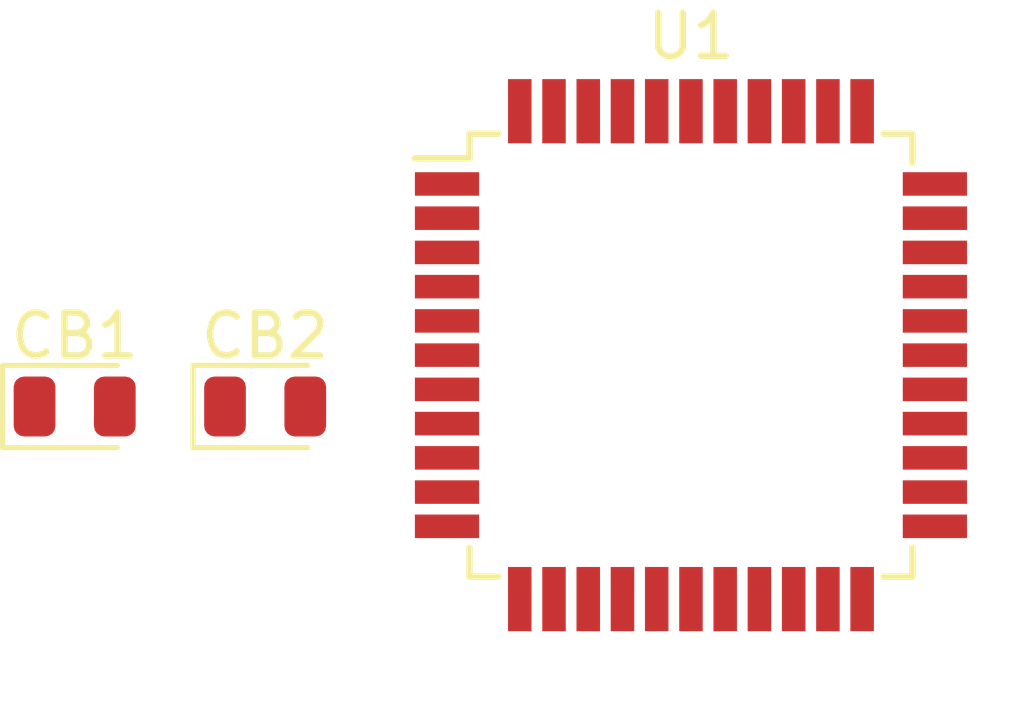
<source format=kicad_pcb>
(kicad_pcb (version 20171130) (host pcbnew "(5.1.6-0-10_14)")

  (general
    (thickness 1.6)
    (drawings 0)
    (tracks 0)
    (zones 0)
    (modules 3)
    (nets 45)
  )

  (page A4)
  (layers
    (0 F.Cu signal)
    (31 B.Cu signal)
    (32 B.Adhes user)
    (33 F.Adhes user)
    (34 B.Paste user)
    (35 F.Paste user)
    (36 B.SilkS user)
    (37 F.SilkS user)
    (38 B.Mask user)
    (39 F.Mask user)
    (40 Dwgs.User user)
    (41 Cmts.User user)
    (42 Eco1.User user)
    (43 Eco2.User user)
    (44 Edge.Cuts user)
    (45 Margin user)
    (46 B.CrtYd user)
    (47 F.CrtYd user)
    (48 B.Fab user)
    (49 F.Fab user)
  )

  (setup
    (last_trace_width 0.25)
    (trace_clearance 0.2)
    (zone_clearance 0.508)
    (zone_45_only no)
    (trace_min 0.2)
    (via_size 0.8)
    (via_drill 0.4)
    (via_min_size 0.4)
    (via_min_drill 0.3)
    (uvia_size 0.3)
    (uvia_drill 0.1)
    (uvias_allowed no)
    (uvia_min_size 0.2)
    (uvia_min_drill 0.1)
    (edge_width 0.1)
    (segment_width 0.2)
    (pcb_text_width 0.3)
    (pcb_text_size 1.5 1.5)
    (mod_edge_width 0.15)
    (mod_text_size 1 1)
    (mod_text_width 0.15)
    (pad_size 1.524 1.524)
    (pad_drill 0.762)
    (pad_to_mask_clearance 0)
    (aux_axis_origin 0 0)
    (visible_elements FFFFFF7F)
    (pcbplotparams
      (layerselection 0x010fc_ffffffff)
      (usegerberextensions false)
      (usegerberattributes true)
      (usegerberadvancedattributes true)
      (creategerberjobfile true)
      (excludeedgelayer true)
      (linewidth 0.100000)
      (plotframeref false)
      (viasonmask false)
      (mode 1)
      (useauxorigin false)
      (hpglpennumber 1)
      (hpglpenspeed 20)
      (hpglpendiameter 15.000000)
      (psnegative false)
      (psa4output false)
      (plotreference true)
      (plotvalue true)
      (plotinvisibletext false)
      (padsonsilk false)
      (subtractmaskfromsilk false)
      (outputformat 1)
      (mirror false)
      (drillshape 1)
      (scaleselection 1)
      (outputdirectory ""))
  )

  (net 0 "")
  (net 1 3.3V)
  (net 2 +5V)
  (net 3 "Net-(U1-Pad44)")
  (net 4 "Net-(U1-Pad43)")
  (net 5 "Net-(U1-Pad42)")
  (net 6 "Net-(U1-Pad41)")
  (net 7 "Net-(U1-Pad40)")
  (net 8 "Net-(U1-Pad39)")
  (net 9 "Net-(U1-Pad38)")
  (net 10 "Net-(U1-Pad37)")
  (net 11 "Net-(U1-Pad36)")
  (net 12 "Net-(U1-Pad35)")
  (net 13 "Net-(U1-Pad34)")
  (net 14 "Net-(U1-Pad33)")
  (net 15 "Net-(U1-Pad32)")
  (net 16 "Net-(U1-Pad31)")
  (net 17 "Net-(U1-Pad30)")
  (net 18 "Net-(U1-Pad29)")
  (net 19 "Net-(U1-Pad28)")
  (net 20 "Net-(U1-Pad27)")
  (net 21 "Net-(U1-Pad26)")
  (net 22 "Net-(U1-Pad25)")
  (net 23 "Net-(U1-Pad24)")
  (net 24 "Net-(U1-Pad23)")
  (net 25 "Net-(U1-Pad22)")
  (net 26 "Net-(U1-Pad21)")
  (net 27 "Net-(U1-Pad20)")
  (net 28 "Net-(U1-Pad19)")
  (net 29 "Net-(U1-Pad18)")
  (net 30 "Net-(U1-Pad17)")
  (net 31 "Net-(U1-Pad16)")
  (net 32 "Net-(U1-Pad15)")
  (net 33 "Net-(U1-Pad14)")
  (net 34 "Net-(U1-Pad13)")
  (net 35 "Net-(U1-Pad12)")
  (net 36 "Net-(U1-Pad11)")
  (net 37 "Net-(U1-Pad8)")
  (net 38 "Net-(U1-Pad7)")
  (net 39 "Net-(U1-Pad6)")
  (net 40 "Net-(U1-Pad5)")
  (net 41 "Net-(U1-Pad4)")
  (net 42 "Net-(U1-Pad3)")
  (net 43 "Net-(U1-Pad2)")
  (net 44 "Net-(U1-Pad1)")

  (net_class Default "This is the default net class."
    (clearance 0.2)
    (trace_width 0.25)
    (via_dia 0.8)
    (via_drill 0.4)
    (uvia_dia 0.3)
    (uvia_drill 0.1)
    (add_net +5V)
    (add_net 3.3V)
    (add_net "Net-(U1-Pad1)")
    (add_net "Net-(U1-Pad11)")
    (add_net "Net-(U1-Pad12)")
    (add_net "Net-(U1-Pad13)")
    (add_net "Net-(U1-Pad14)")
    (add_net "Net-(U1-Pad15)")
    (add_net "Net-(U1-Pad16)")
    (add_net "Net-(U1-Pad17)")
    (add_net "Net-(U1-Pad18)")
    (add_net "Net-(U1-Pad19)")
    (add_net "Net-(U1-Pad2)")
    (add_net "Net-(U1-Pad20)")
    (add_net "Net-(U1-Pad21)")
    (add_net "Net-(U1-Pad22)")
    (add_net "Net-(U1-Pad23)")
    (add_net "Net-(U1-Pad24)")
    (add_net "Net-(U1-Pad25)")
    (add_net "Net-(U1-Pad26)")
    (add_net "Net-(U1-Pad27)")
    (add_net "Net-(U1-Pad28)")
    (add_net "Net-(U1-Pad29)")
    (add_net "Net-(U1-Pad3)")
    (add_net "Net-(U1-Pad30)")
    (add_net "Net-(U1-Pad31)")
    (add_net "Net-(U1-Pad32)")
    (add_net "Net-(U1-Pad33)")
    (add_net "Net-(U1-Pad34)")
    (add_net "Net-(U1-Pad35)")
    (add_net "Net-(U1-Pad36)")
    (add_net "Net-(U1-Pad37)")
    (add_net "Net-(U1-Pad38)")
    (add_net "Net-(U1-Pad39)")
    (add_net "Net-(U1-Pad4)")
    (add_net "Net-(U1-Pad40)")
    (add_net "Net-(U1-Pad41)")
    (add_net "Net-(U1-Pad42)")
    (add_net "Net-(U1-Pad43)")
    (add_net "Net-(U1-Pad44)")
    (add_net "Net-(U1-Pad5)")
    (add_net "Net-(U1-Pad6)")
    (add_net "Net-(U1-Pad7)")
    (add_net "Net-(U1-Pad8)")
  )

  (module Package_QFP:TQFP-44_10x10mm_P0.8mm (layer F.Cu) (tedit 5A02F146) (tstamp 5F3FB0DE)
    (at 168.2 114.8)
    (descr "44-Lead Plastic Thin Quad Flatpack (PT) - 10x10x1.0 mm Body [TQFP] (see Microchip Packaging Specification 00000049BS.pdf)")
    (tags "QFP 0.8")
    (path /5F3FD0BA)
    (attr smd)
    (fp_text reference U1 (at 0 -7.45) (layer F.SilkS)
      (effects (font (size 1 1) (thickness 0.15)))
    )
    (fp_text value STM32F072-LQFP48 (at 0 7.45) (layer F.Fab)
      (effects (font (size 1 1) (thickness 0.15)))
    )
    (fp_text user %R (at 0 0) (layer F.Fab)
      (effects (font (size 1 1) (thickness 0.15)))
    )
    (fp_line (start -4 -5) (end 5 -5) (layer F.Fab) (width 0.15))
    (fp_line (start 5 -5) (end 5 5) (layer F.Fab) (width 0.15))
    (fp_line (start 5 5) (end -5 5) (layer F.Fab) (width 0.15))
    (fp_line (start -5 5) (end -5 -4) (layer F.Fab) (width 0.15))
    (fp_line (start -5 -4) (end -4 -5) (layer F.Fab) (width 0.15))
    (fp_line (start -6.7 -6.7) (end -6.7 6.7) (layer F.CrtYd) (width 0.05))
    (fp_line (start 6.7 -6.7) (end 6.7 6.7) (layer F.CrtYd) (width 0.05))
    (fp_line (start -6.7 -6.7) (end 6.7 -6.7) (layer F.CrtYd) (width 0.05))
    (fp_line (start -6.7 6.7) (end 6.7 6.7) (layer F.CrtYd) (width 0.05))
    (fp_line (start -5.175 -5.175) (end -5.175 -4.6) (layer F.SilkS) (width 0.15))
    (fp_line (start 5.175 -5.175) (end 5.175 -4.5) (layer F.SilkS) (width 0.15))
    (fp_line (start 5.175 5.175) (end 5.175 4.5) (layer F.SilkS) (width 0.15))
    (fp_line (start -5.175 5.175) (end -5.175 4.5) (layer F.SilkS) (width 0.15))
    (fp_line (start -5.175 -5.175) (end -4.5 -5.175) (layer F.SilkS) (width 0.15))
    (fp_line (start -5.175 5.175) (end -4.5 5.175) (layer F.SilkS) (width 0.15))
    (fp_line (start 5.175 5.175) (end 4.5 5.175) (layer F.SilkS) (width 0.15))
    (fp_line (start 5.175 -5.175) (end 4.5 -5.175) (layer F.SilkS) (width 0.15))
    (fp_line (start -5.175 -4.6) (end -6.45 -4.6) (layer F.SilkS) (width 0.15))
    (pad 44 smd rect (at -4 -5.7 90) (size 1.5 0.55) (layers F.Cu F.Paste F.Mask)
      (net 3 "Net-(U1-Pad44)"))
    (pad 43 smd rect (at -3.2 -5.7 90) (size 1.5 0.55) (layers F.Cu F.Paste F.Mask)
      (net 4 "Net-(U1-Pad43)"))
    (pad 42 smd rect (at -2.4 -5.7 90) (size 1.5 0.55) (layers F.Cu F.Paste F.Mask)
      (net 5 "Net-(U1-Pad42)"))
    (pad 41 smd rect (at -1.6 -5.7 90) (size 1.5 0.55) (layers F.Cu F.Paste F.Mask)
      (net 6 "Net-(U1-Pad41)"))
    (pad 40 smd rect (at -0.8 -5.7 90) (size 1.5 0.55) (layers F.Cu F.Paste F.Mask)
      (net 7 "Net-(U1-Pad40)"))
    (pad 39 smd rect (at 0 -5.7 90) (size 1.5 0.55) (layers F.Cu F.Paste F.Mask)
      (net 8 "Net-(U1-Pad39)"))
    (pad 38 smd rect (at 0.8 -5.7 90) (size 1.5 0.55) (layers F.Cu F.Paste F.Mask)
      (net 9 "Net-(U1-Pad38)"))
    (pad 37 smd rect (at 1.6 -5.7 90) (size 1.5 0.55) (layers F.Cu F.Paste F.Mask)
      (net 10 "Net-(U1-Pad37)"))
    (pad 36 smd rect (at 2.4 -5.7 90) (size 1.5 0.55) (layers F.Cu F.Paste F.Mask)
      (net 11 "Net-(U1-Pad36)"))
    (pad 35 smd rect (at 3.2 -5.7 90) (size 1.5 0.55) (layers F.Cu F.Paste F.Mask)
      (net 12 "Net-(U1-Pad35)"))
    (pad 34 smd rect (at 4 -5.7 90) (size 1.5 0.55) (layers F.Cu F.Paste F.Mask)
      (net 13 "Net-(U1-Pad34)"))
    (pad 33 smd rect (at 5.7 -4) (size 1.5 0.55) (layers F.Cu F.Paste F.Mask)
      (net 14 "Net-(U1-Pad33)"))
    (pad 32 smd rect (at 5.7 -3.2) (size 1.5 0.55) (layers F.Cu F.Paste F.Mask)
      (net 15 "Net-(U1-Pad32)"))
    (pad 31 smd rect (at 5.7 -2.4) (size 1.5 0.55) (layers F.Cu F.Paste F.Mask)
      (net 16 "Net-(U1-Pad31)"))
    (pad 30 smd rect (at 5.7 -1.6) (size 1.5 0.55) (layers F.Cu F.Paste F.Mask)
      (net 17 "Net-(U1-Pad30)"))
    (pad 29 smd rect (at 5.7 -0.8) (size 1.5 0.55) (layers F.Cu F.Paste F.Mask)
      (net 18 "Net-(U1-Pad29)"))
    (pad 28 smd rect (at 5.7 0) (size 1.5 0.55) (layers F.Cu F.Paste F.Mask)
      (net 19 "Net-(U1-Pad28)"))
    (pad 27 smd rect (at 5.7 0.8) (size 1.5 0.55) (layers F.Cu F.Paste F.Mask)
      (net 20 "Net-(U1-Pad27)"))
    (pad 26 smd rect (at 5.7 1.6) (size 1.5 0.55) (layers F.Cu F.Paste F.Mask)
      (net 21 "Net-(U1-Pad26)"))
    (pad 25 smd rect (at 5.7 2.4) (size 1.5 0.55) (layers F.Cu F.Paste F.Mask)
      (net 22 "Net-(U1-Pad25)"))
    (pad 24 smd rect (at 5.7 3.2) (size 1.5 0.55) (layers F.Cu F.Paste F.Mask)
      (net 23 "Net-(U1-Pad24)"))
    (pad 23 smd rect (at 5.7 4) (size 1.5 0.55) (layers F.Cu F.Paste F.Mask)
      (net 24 "Net-(U1-Pad23)"))
    (pad 22 smd rect (at 4 5.7 90) (size 1.5 0.55) (layers F.Cu F.Paste F.Mask)
      (net 25 "Net-(U1-Pad22)"))
    (pad 21 smd rect (at 3.2 5.7 90) (size 1.5 0.55) (layers F.Cu F.Paste F.Mask)
      (net 26 "Net-(U1-Pad21)"))
    (pad 20 smd rect (at 2.4 5.7 90) (size 1.5 0.55) (layers F.Cu F.Paste F.Mask)
      (net 27 "Net-(U1-Pad20)"))
    (pad 19 smd rect (at 1.6 5.7 90) (size 1.5 0.55) (layers F.Cu F.Paste F.Mask)
      (net 28 "Net-(U1-Pad19)"))
    (pad 18 smd rect (at 0.8 5.7 90) (size 1.5 0.55) (layers F.Cu F.Paste F.Mask)
      (net 29 "Net-(U1-Pad18)"))
    (pad 17 smd rect (at 0 5.7 90) (size 1.5 0.55) (layers F.Cu F.Paste F.Mask)
      (net 30 "Net-(U1-Pad17)"))
    (pad 16 smd rect (at -0.8 5.7 90) (size 1.5 0.55) (layers F.Cu F.Paste F.Mask)
      (net 31 "Net-(U1-Pad16)"))
    (pad 15 smd rect (at -1.6 5.7 90) (size 1.5 0.55) (layers F.Cu F.Paste F.Mask)
      (net 32 "Net-(U1-Pad15)"))
    (pad 14 smd rect (at -2.4 5.7 90) (size 1.5 0.55) (layers F.Cu F.Paste F.Mask)
      (net 33 "Net-(U1-Pad14)"))
    (pad 13 smd rect (at -3.2 5.7 90) (size 1.5 0.55) (layers F.Cu F.Paste F.Mask)
      (net 34 "Net-(U1-Pad13)"))
    (pad 12 smd rect (at -4 5.7 90) (size 1.5 0.55) (layers F.Cu F.Paste F.Mask)
      (net 35 "Net-(U1-Pad12)"))
    (pad 11 smd rect (at -5.7 4) (size 1.5 0.55) (layers F.Cu F.Paste F.Mask)
      (net 36 "Net-(U1-Pad11)"))
    (pad 10 smd rect (at -5.7 3.2) (size 1.5 0.55) (layers F.Cu F.Paste F.Mask)
      (net 1 3.3V))
    (pad 9 smd rect (at -5.7 2.4) (size 1.5 0.55) (layers F.Cu F.Paste F.Mask)
      (net 2 +5V))
    (pad 8 smd rect (at -5.7 1.6) (size 1.5 0.55) (layers F.Cu F.Paste F.Mask)
      (net 37 "Net-(U1-Pad8)"))
    (pad 7 smd rect (at -5.7 0.8) (size 1.5 0.55) (layers F.Cu F.Paste F.Mask)
      (net 38 "Net-(U1-Pad7)"))
    (pad 6 smd rect (at -5.7 0) (size 1.5 0.55) (layers F.Cu F.Paste F.Mask)
      (net 39 "Net-(U1-Pad6)"))
    (pad 5 smd rect (at -5.7 -0.8) (size 1.5 0.55) (layers F.Cu F.Paste F.Mask)
      (net 40 "Net-(U1-Pad5)"))
    (pad 4 smd rect (at -5.7 -1.6) (size 1.5 0.55) (layers F.Cu F.Paste F.Mask)
      (net 41 "Net-(U1-Pad4)"))
    (pad 3 smd rect (at -5.7 -2.4) (size 1.5 0.55) (layers F.Cu F.Paste F.Mask)
      (net 42 "Net-(U1-Pad3)"))
    (pad 2 smd rect (at -5.7 -3.2) (size 1.5 0.55) (layers F.Cu F.Paste F.Mask)
      (net 43 "Net-(U1-Pad2)"))
    (pad 1 smd rect (at -5.7 -4) (size 1.5 0.55) (layers F.Cu F.Paste F.Mask)
      (net 44 "Net-(U1-Pad1)"))
    (model ${KISYS3DMOD}/Package_QFP.3dshapes/TQFP-44_10x10mm_P0.8mm.wrl
      (at (xyz 0 0 0))
      (scale (xyz 1 1 1))
      (rotate (xyz 0 0 0))
    )
  )

  (module Diode_SMD:D_0805_2012Metric (layer F.Cu) (tedit 5B36C52B) (tstamp 5F400CA3)
    (at 158.25 116)
    (descr "Diode SMD 0805 (2012 Metric), square (rectangular) end terminal, IPC_7351 nominal, (Body size source: https://docs.google.com/spreadsheets/d/1BsfQQcO9C6DZCsRaXUlFlo91Tg2WpOkGARC1WS5S8t0/edit?usp=sharing), generated with kicad-footprint-generator")
    (tags diode)
    (path /5F4044E9)
    (attr smd)
    (fp_text reference CB2 (at 0 -1.65) (layer F.SilkS)
      (effects (font (size 1 1) (thickness 0.15)))
    )
    (fp_text value 10n (at 0 1.65) (layer F.Fab)
      (effects (font (size 1 1) (thickness 0.15)))
    )
    (fp_line (start 1.68 0.95) (end -1.68 0.95) (layer F.CrtYd) (width 0.05))
    (fp_line (start 1.68 -0.95) (end 1.68 0.95) (layer F.CrtYd) (width 0.05))
    (fp_line (start -1.68 -0.95) (end 1.68 -0.95) (layer F.CrtYd) (width 0.05))
    (fp_line (start -1.68 0.95) (end -1.68 -0.95) (layer F.CrtYd) (width 0.05))
    (fp_line (start -1.685 0.96) (end 1 0.96) (layer F.SilkS) (width 0.12))
    (fp_line (start -1.685 -0.96) (end -1.685 0.96) (layer F.SilkS) (width 0.12))
    (fp_line (start 1 -0.96) (end -1.685 -0.96) (layer F.SilkS) (width 0.12))
    (fp_line (start 1 0.6) (end 1 -0.6) (layer F.Fab) (width 0.1))
    (fp_line (start -1 0.6) (end 1 0.6) (layer F.Fab) (width 0.1))
    (fp_line (start -1 -0.3) (end -1 0.6) (layer F.Fab) (width 0.1))
    (fp_line (start -0.7 -0.6) (end -1 -0.3) (layer F.Fab) (width 0.1))
    (fp_line (start 1 -0.6) (end -0.7 -0.6) (layer F.Fab) (width 0.1))
    (fp_text user %R (at 0 0) (layer F.Fab)
      (effects (font (size 0.5 0.5) (thickness 0.08)))
    )
    (pad 2 smd roundrect (at 0.9375 0) (size 0.975 1.4) (layers F.Cu F.Paste F.Mask) (roundrect_rratio 0.25)
      (net 1 3.3V))
    (pad 1 smd roundrect (at -0.9375 0) (size 0.975 1.4) (layers F.Cu F.Paste F.Mask) (roundrect_rratio 0.25)
      (net 2 +5V))
    (model ${KISYS3DMOD}/Diode_SMD.3dshapes/D_0805_2012Metric.wrl
      (at (xyz 0 0 0))
      (scale (xyz 1 1 1))
      (rotate (xyz 0 0 0))
    )
  )

  (module Diode_SMD:D_0805_2012Metric (layer F.Cu) (tedit 5B36C52B) (tstamp 5F400C90)
    (at 153.8 116)
    (descr "Diode SMD 0805 (2012 Metric), square (rectangular) end terminal, IPC_7351 nominal, (Body size source: https://docs.google.com/spreadsheets/d/1BsfQQcO9C6DZCsRaXUlFlo91Tg2WpOkGARC1WS5S8t0/edit?usp=sharing), generated with kicad-footprint-generator")
    (tags diode)
    (path /5F406806)
    (attr smd)
    (fp_text reference CB1 (at 0 -1.65) (layer F.SilkS)
      (effects (font (size 1 1) (thickness 0.15)))
    )
    (fp_text value 10n (at 0 1.65) (layer F.Fab)
      (effects (font (size 1 1) (thickness 0.15)))
    )
    (fp_line (start 1.68 0.95) (end -1.68 0.95) (layer F.CrtYd) (width 0.05))
    (fp_line (start 1.68 -0.95) (end 1.68 0.95) (layer F.CrtYd) (width 0.05))
    (fp_line (start -1.68 -0.95) (end 1.68 -0.95) (layer F.CrtYd) (width 0.05))
    (fp_line (start -1.68 0.95) (end -1.68 -0.95) (layer F.CrtYd) (width 0.05))
    (fp_line (start -1.685 0.96) (end 1 0.96) (layer F.SilkS) (width 0.12))
    (fp_line (start -1.685 -0.96) (end -1.685 0.96) (layer F.SilkS) (width 0.12))
    (fp_line (start 1 -0.96) (end -1.685 -0.96) (layer F.SilkS) (width 0.12))
    (fp_line (start 1 0.6) (end 1 -0.6) (layer F.Fab) (width 0.1))
    (fp_line (start -1 0.6) (end 1 0.6) (layer F.Fab) (width 0.1))
    (fp_line (start -1 -0.3) (end -1 0.6) (layer F.Fab) (width 0.1))
    (fp_line (start -0.7 -0.6) (end -1 -0.3) (layer F.Fab) (width 0.1))
    (fp_line (start 1 -0.6) (end -0.7 -0.6) (layer F.Fab) (width 0.1))
    (fp_text user %R (at 0 0) (layer F.Fab)
      (effects (font (size 0.5 0.5) (thickness 0.08)))
    )
    (pad 2 smd roundrect (at 0.9375 0) (size 0.975 1.4) (layers F.Cu F.Paste F.Mask) (roundrect_rratio 0.25)
      (net 1 3.3V))
    (pad 1 smd roundrect (at -0.9375 0) (size 0.975 1.4) (layers F.Cu F.Paste F.Mask) (roundrect_rratio 0.25)
      (net 2 +5V))
    (model ${KISYS3DMOD}/Diode_SMD.3dshapes/D_0805_2012Metric.wrl
      (at (xyz 0 0 0))
      (scale (xyz 1 1 1))
      (rotate (xyz 0 0 0))
    )
  )

)

</source>
